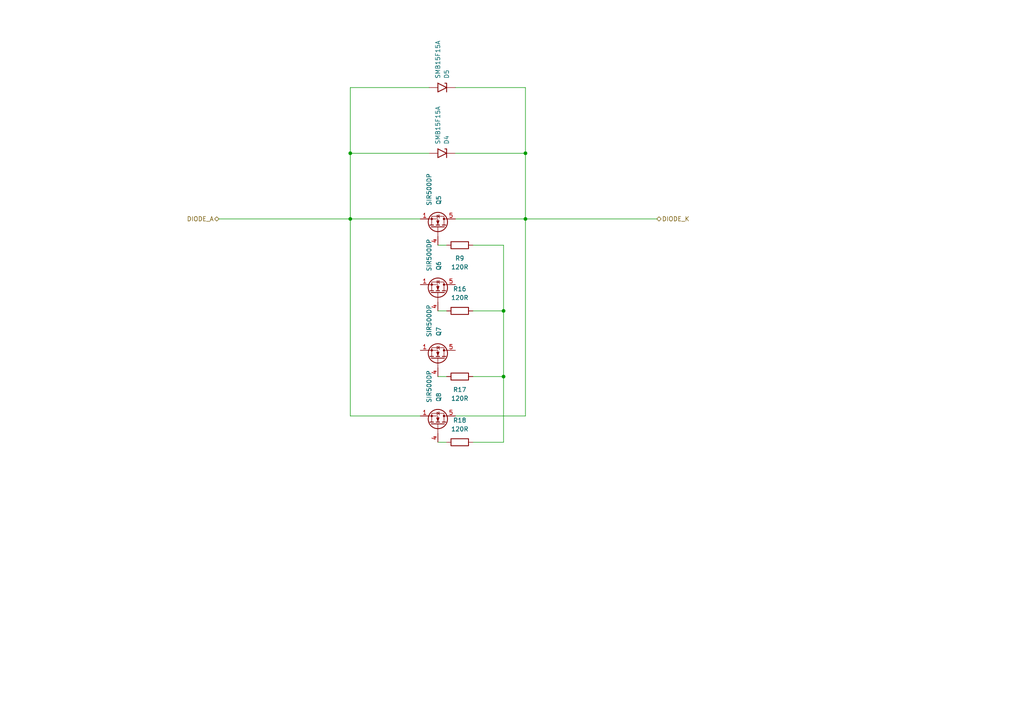
<source format=kicad_sch>
(kicad_sch
	(version 20231120)
	(generator "eeschema")
	(generator_version "8.0")
	(uuid "30ebc9f0-3e75-43d4-b7cb-05b77e223997")
	(paper "A4")
	(lib_symbols
		(symbol "Device:R"
			(pin_numbers hide)
			(pin_names
				(offset 0)
			)
			(exclude_from_sim no)
			(in_bom yes)
			(on_board yes)
			(property "Reference" "R"
				(at 2.032 0 90)
				(effects
					(font
						(size 1.27 1.27)
					)
				)
			)
			(property "Value" "R"
				(at 0 0 90)
				(effects
					(font
						(size 1.27 1.27)
					)
				)
			)
			(property "Footprint" ""
				(at -1.778 0 90)
				(effects
					(font
						(size 1.27 1.27)
					)
					(hide yes)
				)
			)
			(property "Datasheet" "~"
				(at 0 0 0)
				(effects
					(font
						(size 1.27 1.27)
					)
					(hide yes)
				)
			)
			(property "Description" "Resistor"
				(at 0 0 0)
				(effects
					(font
						(size 1.27 1.27)
					)
					(hide yes)
				)
			)
			(property "ki_keywords" "R res resistor"
				(at 0 0 0)
				(effects
					(font
						(size 1.27 1.27)
					)
					(hide yes)
				)
			)
			(property "ki_fp_filters" "R_*"
				(at 0 0 0)
				(effects
					(font
						(size 1.27 1.27)
					)
					(hide yes)
				)
			)
			(symbol "R_0_1"
				(rectangle
					(start -1.016 -2.54)
					(end 1.016 2.54)
					(stroke
						(width 0.254)
						(type default)
					)
					(fill
						(type none)
					)
				)
			)
			(symbol "R_1_1"
				(pin passive line
					(at 0 3.81 270)
					(length 1.27)
					(name "~"
						(effects
							(font
								(size 1.27 1.27)
							)
						)
					)
					(number "1"
						(effects
							(font
								(size 1.27 1.27)
							)
						)
					)
				)
				(pin passive line
					(at 0 -3.81 90)
					(length 1.27)
					(name "~"
						(effects
							(font
								(size 1.27 1.27)
							)
						)
					)
					(number "2"
						(effects
							(font
								(size 1.27 1.27)
							)
						)
					)
				)
			)
		)
		(symbol "Diode:SM6T15A"
			(pin_numbers hide)
			(pin_names
				(offset 1.016) hide)
			(exclude_from_sim no)
			(in_bom yes)
			(on_board yes)
			(property "Reference" "D"
				(at 0 2.54 0)
				(effects
					(font
						(size 1.27 1.27)
					)
				)
			)
			(property "Value" "SM6T15A"
				(at 0 -2.54 0)
				(effects
					(font
						(size 1.27 1.27)
					)
				)
			)
			(property "Footprint" "Diode_SMD:D_SMB"
				(at 0 -5.08 0)
				(effects
					(font
						(size 1.27 1.27)
					)
					(hide yes)
				)
			)
			(property "Datasheet" "https://www.st.com/resource/en/datasheet/sm6t.pdf"
				(at -1.27 0 0)
				(effects
					(font
						(size 1.27 1.27)
					)
					(hide yes)
				)
			)
			(property "Description" "600W unidirectional Transil Transient Voltage Suppressor, 15Vrwm, DO-214AA"
				(at 0 0 0)
				(effects
					(font
						(size 1.27 1.27)
					)
					(hide yes)
				)
			)
			(property "ki_keywords" "diode TVS voltage suppressor"
				(at 0 0 0)
				(effects
					(font
						(size 1.27 1.27)
					)
					(hide yes)
				)
			)
			(property "ki_fp_filters" "D*SMB*"
				(at 0 0 0)
				(effects
					(font
						(size 1.27 1.27)
					)
					(hide yes)
				)
			)
			(symbol "SM6T15A_0_1"
				(polyline
					(pts
						(xy -0.762 1.27) (xy -1.27 1.27) (xy -1.27 -1.27)
					)
					(stroke
						(width 0.254)
						(type default)
					)
					(fill
						(type none)
					)
				)
				(polyline
					(pts
						(xy 1.27 1.27) (xy 1.27 -1.27) (xy -1.27 0) (xy 1.27 1.27)
					)
					(stroke
						(width 0.254)
						(type default)
					)
					(fill
						(type none)
					)
				)
			)
			(symbol "SM6T15A_1_1"
				(pin passive line
					(at -3.81 0 0)
					(length 2.54)
					(name "A1"
						(effects
							(font
								(size 1.27 1.27)
							)
						)
					)
					(number "1"
						(effects
							(font
								(size 1.27 1.27)
							)
						)
					)
				)
				(pin passive line
					(at 3.81 0 180)
					(length 2.54)
					(name "A2"
						(effects
							(font
								(size 1.27 1.27)
							)
						)
					)
					(number "2"
						(effects
							(font
								(size 1.27 1.27)
							)
						)
					)
				)
			)
		)
		(symbol "Transistor_FET:SiR696DP"
			(pin_names hide)
			(exclude_from_sim no)
			(in_bom yes)
			(on_board yes)
			(property "Reference" "Q"
				(at 5.08 1.905 0)
				(effects
					(font
						(size 1.27 1.27)
					)
					(justify left)
				)
			)
			(property "Value" "SiR696DP"
				(at 5.08 0 0)
				(effects
					(font
						(size 1.27 1.27)
					)
					(justify left)
				)
			)
			(property "Footprint" "Package_SO:PowerPAK_SO-8_Single"
				(at 5.08 -1.905 0)
				(effects
					(font
						(size 1.27 1.27)
						(italic yes)
					)
					(justify left)
					(hide yes)
				)
			)
			(property "Datasheet" "https://www.vishay.com/docs/65689/sir696dp.pdf"
				(at 5.08 -3.81 0)
				(effects
					(font
						(size 1.27 1.27)
					)
					(justify left)
					(hide yes)
				)
			)
			(property "Description" "60A Id, 125V Vds N-Channel MOSFET, 9.6mOhm Ron, 19.4 nC Qg(typ), PowerPAK-8"
				(at 0 0 0)
				(effects
					(font
						(size 1.27 1.27)
					)
					(hide yes)
				)
			)
			(property "ki_keywords" "NMOS NFET Vishay"
				(at 0 0 0)
				(effects
					(font
						(size 1.27 1.27)
					)
					(hide yes)
				)
			)
			(property "ki_fp_filters" "PowerPAK*SO*Single*"
				(at 0 0 0)
				(effects
					(font
						(size 1.27 1.27)
					)
					(hide yes)
				)
			)
			(symbol "SiR696DP_0_1"
				(polyline
					(pts
						(xy 0.254 0) (xy -2.54 0)
					)
					(stroke
						(width 0)
						(type default)
					)
					(fill
						(type none)
					)
				)
				(polyline
					(pts
						(xy 0.254 1.905) (xy 0.254 -1.905)
					)
					(stroke
						(width 0.254)
						(type default)
					)
					(fill
						(type none)
					)
				)
				(polyline
					(pts
						(xy 0.762 -1.27) (xy 0.762 -2.286)
					)
					(stroke
						(width 0.254)
						(type default)
					)
					(fill
						(type none)
					)
				)
				(polyline
					(pts
						(xy 0.762 0.508) (xy 0.762 -0.508)
					)
					(stroke
						(width 0.254)
						(type default)
					)
					(fill
						(type none)
					)
				)
				(polyline
					(pts
						(xy 0.762 2.286) (xy 0.762 1.27)
					)
					(stroke
						(width 0.254)
						(type default)
					)
					(fill
						(type none)
					)
				)
				(polyline
					(pts
						(xy 2.54 2.54) (xy 2.54 1.778)
					)
					(stroke
						(width 0)
						(type default)
					)
					(fill
						(type none)
					)
				)
				(polyline
					(pts
						(xy 2.54 -2.54) (xy 2.54 0) (xy 0.762 0)
					)
					(stroke
						(width 0)
						(type default)
					)
					(fill
						(type none)
					)
				)
				(polyline
					(pts
						(xy 0.762 -1.778) (xy 3.302 -1.778) (xy 3.302 1.778) (xy 0.762 1.778)
					)
					(stroke
						(width 0)
						(type default)
					)
					(fill
						(type none)
					)
				)
				(polyline
					(pts
						(xy 1.016 0) (xy 2.032 0.381) (xy 2.032 -0.381) (xy 1.016 0)
					)
					(stroke
						(width 0)
						(type default)
					)
					(fill
						(type outline)
					)
				)
				(polyline
					(pts
						(xy 2.794 0.508) (xy 2.921 0.381) (xy 3.683 0.381) (xy 3.81 0.254)
					)
					(stroke
						(width 0)
						(type default)
					)
					(fill
						(type none)
					)
				)
				(polyline
					(pts
						(xy 3.302 0.381) (xy 2.921 -0.254) (xy 3.683 -0.254) (xy 3.302 0.381)
					)
					(stroke
						(width 0)
						(type default)
					)
					(fill
						(type none)
					)
				)
				(circle
					(center 1.651 0)
					(radius 2.794)
					(stroke
						(width 0.254)
						(type default)
					)
					(fill
						(type none)
					)
				)
				(circle
					(center 2.54 -1.778)
					(radius 0.254)
					(stroke
						(width 0)
						(type default)
					)
					(fill
						(type outline)
					)
				)
				(circle
					(center 2.54 1.778)
					(radius 0.254)
					(stroke
						(width 0)
						(type default)
					)
					(fill
						(type outline)
					)
				)
			)
			(symbol "SiR696DP_1_1"
				(pin passive line
					(at 2.54 -5.08 90)
					(length 2.54)
					(name "S"
						(effects
							(font
								(size 1.27 1.27)
							)
						)
					)
					(number "1"
						(effects
							(font
								(size 1.27 1.27)
							)
						)
					)
				)
				(pin passive line
					(at 2.54 -5.08 90)
					(length 2.54) hide
					(name "S"
						(effects
							(font
								(size 1.27 1.27)
							)
						)
					)
					(number "2"
						(effects
							(font
								(size 1.27 1.27)
							)
						)
					)
				)
				(pin passive line
					(at 2.54 -5.08 90)
					(length 2.54) hide
					(name "S"
						(effects
							(font
								(size 1.27 1.27)
							)
						)
					)
					(number "3"
						(effects
							(font
								(size 1.27 1.27)
							)
						)
					)
				)
				(pin input line
					(at -5.08 0 0)
					(length 2.54)
					(name "G"
						(effects
							(font
								(size 1.27 1.27)
							)
						)
					)
					(number "4"
						(effects
							(font
								(size 1.27 1.27)
							)
						)
					)
				)
				(pin passive line
					(at 2.54 5.08 270)
					(length 2.54)
					(name "D"
						(effects
							(font
								(size 1.27 1.27)
							)
						)
					)
					(number "5"
						(effects
							(font
								(size 1.27 1.27)
							)
						)
					)
				)
			)
		)
	)
	(junction
		(at 101.6 44.45)
		(diameter 0)
		(color 0 0 0 0)
		(uuid "7bc3059d-8f7f-4f3a-b02c-a6f6a8205428")
	)
	(junction
		(at 152.4 63.5)
		(diameter 0)
		(color 0 0 0 0)
		(uuid "7cdda373-8758-421f-8f69-29be4d030a7f")
	)
	(junction
		(at 146.05 90.17)
		(diameter 0)
		(color 0 0 0 0)
		(uuid "b15ce615-fb78-4585-b2a0-203066aedc6b")
	)
	(junction
		(at 152.4 44.45)
		(diameter 0)
		(color 0 0 0 0)
		(uuid "cf5bbb6e-4ecc-40e1-8a8c-73269c8ade1c")
	)
	(junction
		(at 146.05 109.22)
		(diameter 0)
		(color 0 0 0 0)
		(uuid "f6dca821-980e-412b-ba36-20b917e5a6d8")
	)
	(junction
		(at 101.6 63.5)
		(diameter 0)
		(color 0 0 0 0)
		(uuid "fb4920fa-af27-4572-a48d-bf888d831033")
	)
	(wire
		(pts
			(xy 146.05 90.17) (xy 146.05 109.22)
		)
		(stroke
			(width 0)
			(type default)
		)
		(uuid "078f2049-f999-4a08-92ad-9dfbfcb09d48")
	)
	(wire
		(pts
			(xy 152.4 44.45) (xy 152.4 63.5)
		)
		(stroke
			(width 0)
			(type default)
		)
		(uuid "1ba083b4-dca9-40f5-9efb-3a96c774c942")
	)
	(wire
		(pts
			(xy 146.05 71.12) (xy 146.05 90.17)
		)
		(stroke
			(width 0)
			(type default)
		)
		(uuid "1f682ce9-204d-40a1-a26f-67d666fb3de1")
	)
	(wire
		(pts
			(xy 152.4 25.4) (xy 132.08 25.4)
		)
		(stroke
			(width 0)
			(type default)
		)
		(uuid "30718779-d379-4844-abd3-88ff0e9d1011")
	)
	(wire
		(pts
			(xy 121.92 120.65) (xy 101.6 120.65)
		)
		(stroke
			(width 0)
			(type default)
		)
		(uuid "3e0cb146-7a4d-473d-9929-4eb40728fc3d")
	)
	(wire
		(pts
			(xy 101.6 25.4) (xy 101.6 44.45)
		)
		(stroke
			(width 0)
			(type default)
		)
		(uuid "41894d13-a39b-4f38-9b0c-f9207116b916")
	)
	(wire
		(pts
			(xy 146.05 71.12) (xy 137.16 71.12)
		)
		(stroke
			(width 0)
			(type default)
		)
		(uuid "43d0d5e6-c001-4396-b295-fce1fcdf5c51")
	)
	(wire
		(pts
			(xy 129.54 71.12) (xy 127 71.12)
		)
		(stroke
			(width 0)
			(type default)
		)
		(uuid "4893eacd-c049-4678-abdd-b9500292b5e3")
	)
	(wire
		(pts
			(xy 101.6 44.45) (xy 101.6 63.5)
		)
		(stroke
			(width 0)
			(type default)
		)
		(uuid "4db1d54a-eae5-4a06-8886-dfd860101118")
	)
	(wire
		(pts
			(xy 63.5 63.5) (xy 101.6 63.5)
		)
		(stroke
			(width 0)
			(type default)
		)
		(uuid "5ebd9793-d929-4fb9-84fe-78f26ff54f71")
	)
	(wire
		(pts
			(xy 129.54 109.22) (xy 127 109.22)
		)
		(stroke
			(width 0)
			(type default)
		)
		(uuid "69fafa50-2f3f-4603-9aa9-9113afca27da")
	)
	(wire
		(pts
			(xy 129.54 90.17) (xy 127 90.17)
		)
		(stroke
			(width 0)
			(type default)
		)
		(uuid "6c8eb484-a775-4e76-be2d-84f19e860f79")
	)
	(wire
		(pts
			(xy 152.4 120.65) (xy 152.4 63.5)
		)
		(stroke
			(width 0)
			(type default)
		)
		(uuid "74b93828-c691-4ce7-8bfc-2e3d4def1146")
	)
	(wire
		(pts
			(xy 146.05 128.27) (xy 137.16 128.27)
		)
		(stroke
			(width 0)
			(type default)
		)
		(uuid "8e8e6610-5a16-46ae-84bb-e7e6b817f398")
	)
	(wire
		(pts
			(xy 132.08 120.65) (xy 152.4 120.65)
		)
		(stroke
			(width 0)
			(type default)
		)
		(uuid "96a8ab59-a079-4c82-a99c-c9d2b4f23cc3")
	)
	(wire
		(pts
			(xy 146.05 90.17) (xy 137.16 90.17)
		)
		(stroke
			(width 0)
			(type default)
		)
		(uuid "980da25b-58f7-44b3-9107-abd957f14ae3")
	)
	(wire
		(pts
			(xy 146.05 128.27) (xy 146.05 109.22)
		)
		(stroke
			(width 0)
			(type default)
		)
		(uuid "a5b82c89-82c2-4fa1-8b4f-3ad6e8483ce6")
	)
	(wire
		(pts
			(xy 121.92 63.5) (xy 101.6 63.5)
		)
		(stroke
			(width 0)
			(type default)
		)
		(uuid "a6a5efee-cb1c-47e8-84ee-7f0696eb8088")
	)
	(wire
		(pts
			(xy 124.46 25.4) (xy 101.6 25.4)
		)
		(stroke
			(width 0)
			(type default)
		)
		(uuid "b26410dd-0772-4a30-a560-392a60241f92")
	)
	(wire
		(pts
			(xy 152.4 44.45) (xy 132.08 44.45)
		)
		(stroke
			(width 0)
			(type default)
		)
		(uuid "b824a0ae-bf06-4b47-8bd1-7ed9ef5ee61d")
	)
	(wire
		(pts
			(xy 101.6 63.5) (xy 101.6 120.65)
		)
		(stroke
			(width 0)
			(type default)
		)
		(uuid "bad3d24c-ced2-4136-af18-ae3b60578675")
	)
	(wire
		(pts
			(xy 146.05 109.22) (xy 137.16 109.22)
		)
		(stroke
			(width 0)
			(type default)
		)
		(uuid "cc92372c-f4e3-4172-b4d6-7c6b2aca9ae6")
	)
	(wire
		(pts
			(xy 190.5 63.5) (xy 152.4 63.5)
		)
		(stroke
			(width 0)
			(type default)
		)
		(uuid "d0588b80-7aef-4d96-9665-f3c8d11147de")
	)
	(wire
		(pts
			(xy 152.4 25.4) (xy 152.4 44.45)
		)
		(stroke
			(width 0)
			(type default)
		)
		(uuid "ef0b3969-6b84-49b7-b39d-b3fbc530d875")
	)
	(wire
		(pts
			(xy 129.54 128.27) (xy 127 128.27)
		)
		(stroke
			(width 0)
			(type default)
		)
		(uuid "f0b47b78-3b84-463c-9374-f805697d4a31")
	)
	(wire
		(pts
			(xy 124.46 44.45) (xy 101.6 44.45)
		)
		(stroke
			(width 0)
			(type default)
		)
		(uuid "fa790111-00bf-4177-bd9c-528012170f46")
	)
	(wire
		(pts
			(xy 152.4 63.5) (xy 132.08 63.5)
		)
		(stroke
			(width 0)
			(type default)
		)
		(uuid "fe51a6c8-ffaa-4537-a97a-0ab0b3fc5bd9")
	)
	(hierarchical_label "DIODE_A"
		(shape bidirectional)
		(at 63.5 63.5 180)
		(fields_autoplaced yes)
		(effects
			(font
				(size 1.27 1.27)
			)
			(justify right)
		)
		(uuid "c23183ed-fe2f-4609-9ff4-146c4af13ff7")
	)
	(hierarchical_label "DIODE_K"
		(shape bidirectional)
		(at 190.5 63.5 0)
		(fields_autoplaced yes)
		(effects
			(font
				(size 1.27 1.27)
			)
			(justify left)
		)
		(uuid "e99637c1-2434-4b7c-89ce-46731d20c68f")
	)
	(symbol
		(lib_id "Device:R")
		(at 133.35 90.17 270)
		(mirror x)
		(unit 1)
		(exclude_from_sim no)
		(in_bom yes)
		(on_board yes)
		(dnp no)
		(fields_autoplaced yes)
		(uuid "2e833c79-aa5b-49e3-af80-92dcb32314d3")
		(property "Reference" "R16"
			(at 133.35 83.82 90)
			(effects
				(font
					(size 1.27 1.27)
				)
			)
		)
		(property "Value" "120R"
			(at 133.35 86.36 90)
			(effects
				(font
					(size 1.27 1.27)
				)
			)
		)
		(property "Footprint" "Resistor_SMD:R_0603_1608Metric"
			(at 133.35 91.948 90)
			(effects
				(font
					(size 1.27 1.27)
				)
				(hide yes)
			)
		)
		(property "Datasheet" "~"
			(at 133.35 90.17 0)
			(effects
				(font
					(size 1.27 1.27)
				)
				(hide yes)
			)
		)
		(property "Description" "120R0 0,1W 1% 0603 SMD"
			(at 133.35 90.17 0)
			(effects
				(font
					(size 1.27 1.27)
				)
				(hide yes)
			)
		)
		(property "ECS Art#" "R175"
			(at 133.35 90.17 0)
			(effects
				(font
					(size 1.27 1.27)
				)
				(hide yes)
			)
		)
		(property "HAN" "RC0603FR-07120RL"
			(at 133.35 90.17 0)
			(effects
				(font
					(size 1.27 1.27)
				)
				(hide yes)
			)
		)
		(property "Hersteller" "YAGEO"
			(at 133.35 90.17 0)
			(effects
				(font
					(size 1.27 1.27)
				)
				(hide yes)
			)
		)
		(pin "2"
			(uuid "cc89a5b6-f3a9-481e-ae08-ed5f81365e68")
		)
		(pin "1"
			(uuid "20963e2e-aa64-4868-9ad3-451aa3d260aa")
		)
		(instances
			(project "greenSmartSwitch"
				(path "/bf1f8167-8e29-49cc-a467-dd9cc2c77246/108fac66-0a35-4a2b-bdbd-3dd4b8eaee87"
					(reference "R16")
					(unit 1)
				)
				(path "/bf1f8167-8e29-49cc-a467-dd9cc2c77246/fd1f9758-0658-41ac-9d91-8a1d48db41b5"
					(reference "R20")
					(unit 1)
				)
			)
		)
	)
	(symbol
		(lib_id "Device:R")
		(at 133.35 128.27 270)
		(mirror x)
		(unit 1)
		(exclude_from_sim no)
		(in_bom yes)
		(on_board yes)
		(dnp no)
		(fields_autoplaced yes)
		(uuid "54ff3c92-f209-43c5-a312-e7d79e5bc048")
		(property "Reference" "R18"
			(at 133.35 121.92 90)
			(effects
				(font
					(size 1.27 1.27)
				)
			)
		)
		(property "Value" "120R"
			(at 133.35 124.46 90)
			(effects
				(font
					(size 1.27 1.27)
				)
			)
		)
		(property "Footprint" "Resistor_SMD:R_0603_1608Metric"
			(at 133.35 130.048 90)
			(effects
				(font
					(size 1.27 1.27)
				)
				(hide yes)
			)
		)
		(property "Datasheet" "~"
			(at 133.35 128.27 0)
			(effects
				(font
					(size 1.27 1.27)
				)
				(hide yes)
			)
		)
		(property "Description" "120R0 0,1W 1% 0603 SMD"
			(at 133.35 128.27 0)
			(effects
				(font
					(size 1.27 1.27)
				)
				(hide yes)
			)
		)
		(property "ECS Art#" "R175"
			(at 133.35 128.27 0)
			(effects
				(font
					(size 1.27 1.27)
				)
				(hide yes)
			)
		)
		(property "HAN" "RC0603FR-07120RL"
			(at 133.35 128.27 0)
			(effects
				(font
					(size 1.27 1.27)
				)
				(hide yes)
			)
		)
		(property "Hersteller" "YAGEO"
			(at 133.35 128.27 0)
			(effects
				(font
					(size 1.27 1.27)
				)
				(hide yes)
			)
		)
		(pin "2"
			(uuid "d7aa4718-154b-4248-951c-1f2597356e8d")
		)
		(pin "1"
			(uuid "1ca3a5f7-05db-4afa-8cf6-6bb94a1402a2")
		)
		(instances
			(project "greenSmartSwitch"
				(path "/bf1f8167-8e29-49cc-a467-dd9cc2c77246/108fac66-0a35-4a2b-bdbd-3dd4b8eaee87"
					(reference "R18")
					(unit 1)
				)
				(path "/bf1f8167-8e29-49cc-a467-dd9cc2c77246/fd1f9758-0658-41ac-9d91-8a1d48db41b5"
					(reference "R22")
					(unit 1)
				)
			)
		)
	)
	(symbol
		(lib_id "Transistor_FET:SiR696DP")
		(at 127 104.14 270)
		(mirror x)
		(unit 1)
		(exclude_from_sim no)
		(in_bom yes)
		(on_board yes)
		(dnp no)
		(uuid "654c7de4-a3d5-4533-8d9d-9ea1a7f83d38")
		(property "Reference" "Q7"
			(at 127.254 97.536 0)
			(effects
				(font
					(size 1.27 1.27)
				)
				(justify left)
			)
		)
		(property "Value" "SIR500DP"
			(at 124.46 97.79 0)
			(effects
				(font
					(size 1.27 1.27)
				)
				(justify left)
			)
		)
		(property "Footprint" "Package_SO:PowerPAK_SO-8_Single"
			(at 125.095 99.06 0)
			(effects
				(font
					(size 1.27 1.27)
					(italic yes)
				)
				(justify left)
				(hide yes)
			)
		)
		(property "Datasheet" "https://www.vishay.com/docs/66840/sir500dp.pdf"
			(at 123.19 99.06 0)
			(effects
				(font
					(size 1.27 1.27)
				)
				(justify left)
				(hide yes)
			)
		)
		(property "Description" "SIR500DP-T1-RE3  MOSFET N-CH 30V Vds +16V/-12V Vgs 85,9A (Ta) PowerPAK-SO-8 SMD"
			(at 127 104.14 0)
			(effects
				(font
					(size 1.27 1.27)
				)
				(hide yes)
			)
		)
		(property "ECS Art#" "T157"
			(at 127 104.14 0)
			(effects
				(font
					(size 1.27 1.27)
				)
				(hide yes)
			)
		)
		(property "Hersteller" "VISHAY"
			(at 127 104.14 0)
			(effects
				(font
					(size 1.27 1.27)
				)
				(hide yes)
			)
		)
		(property "HAN" "SIR50DP"
			(at 127 104.14 0)
			(effects
				(font
					(size 1.27 1.27)
				)
				(hide yes)
			)
		)
		(pin "4"
			(uuid "3d8c7746-e595-4353-828c-661fc4d5e17d")
		)
		(pin "5"
			(uuid "71519390-8e00-4e40-9f02-10536f21da85")
		)
		(pin "2"
			(uuid "302fef53-a726-42af-9f2c-06533ce05c30")
		)
		(pin "1"
			(uuid "77d3614b-e05b-4c7e-be14-395f7804f2a4")
		)
		(pin "3"
			(uuid "d389815c-5378-4410-afee-372246bed126")
		)
		(instances
			(project "greenSmartSwitch"
				(path "/bf1f8167-8e29-49cc-a467-dd9cc2c77246/108fac66-0a35-4a2b-bdbd-3dd4b8eaee87"
					(reference "Q7")
					(unit 1)
				)
				(path "/bf1f8167-8e29-49cc-a467-dd9cc2c77246/fd1f9758-0658-41ac-9d91-8a1d48db41b5"
					(reference "Q11")
					(unit 1)
				)
			)
		)
	)
	(symbol
		(lib_id "Diode:SM6T15A")
		(at 128.27 25.4 0)
		(mirror y)
		(unit 1)
		(exclude_from_sim no)
		(in_bom yes)
		(on_board yes)
		(dnp no)
		(fields_autoplaced yes)
		(uuid "70ff72a6-1c0d-40b1-a86d-c89b639b370f")
		(property "Reference" "D5"
			(at 129.5401 22.86 90)
			(effects
				(font
					(size 1.27 1.27)
				)
				(justify left)
			)
		)
		(property "Value" "SMB15F15A"
			(at 127.0001 22.86 90)
			(effects
				(font
					(size 1.27 1.27)
				)
				(justify left)
			)
		)
		(property "Footprint" "Diode_SMD:D_SMB"
			(at 128.27 30.48 0)
			(effects
				(font
					(size 1.27 1.27)
				)
				(hide yes)
			)
		)
		(property "Datasheet" "https://www.mouser.de/datasheet/2/389/dm00723297-2042138.pdf"
			(at 129.54 25.4 0)
			(effects
				(font
					(size 1.27 1.27)
				)
				(hide yes)
			)
		)
		(property "Description" "TVS-DIODE SUPPRESSOR  15V 1500W DO-221AA-2 SMD"
			(at 128.27 25.4 0)
			(effects
				(font
					(size 1.27 1.27)
				)
				(hide yes)
			)
		)
		(property "ECS Art#" "D206"
			(at 128.27 25.4 0)
			(effects
				(font
					(size 1.27 1.27)
				)
				(hide yes)
			)
		)
		(property "HAN" "SMB15F15A "
			(at 128.27 25.4 0)
			(effects
				(font
					(size 1.27 1.27)
				)
				(hide yes)
			)
		)
		(property "Hersteller" "ST"
			(at 128.27 25.4 0)
			(effects
				(font
					(size 1.27 1.27)
				)
				(hide yes)
			)
		)
		(pin "1"
			(uuid "accef887-2847-414b-887b-13aed9d4880c")
		)
		(pin "2"
			(uuid "b0d16d43-d459-42b0-93c6-3700d6b62020")
		)
		(instances
			(project "greenSmartSwitch"
				(path "/bf1f8167-8e29-49cc-a467-dd9cc2c77246/108fac66-0a35-4a2b-bdbd-3dd4b8eaee87"
					(reference "D5")
					(unit 1)
				)
				(path "/bf1f8167-8e29-49cc-a467-dd9cc2c77246/fd1f9758-0658-41ac-9d91-8a1d48db41b5"
					(reference "D6")
					(unit 1)
				)
			)
		)
	)
	(symbol
		(lib_id "Diode:SM6T15A")
		(at 128.27 44.45 0)
		(mirror y)
		(unit 1)
		(exclude_from_sim no)
		(in_bom yes)
		(on_board yes)
		(dnp no)
		(fields_autoplaced yes)
		(uuid "850d9092-088c-4ab2-9c3d-27a4799967d4")
		(property "Reference" "D4"
			(at 129.5401 41.91 90)
			(effects
				(font
					(size 1.27 1.27)
				)
				(justify left)
			)
		)
		(property "Value" "SMB15F15A"
			(at 127.0001 41.91 90)
			(effects
				(font
					(size 1.27 1.27)
				)
				(justify left)
			)
		)
		(property "Footprint" "Diode_SMD:D_SMB"
			(at 128.27 49.53 0)
			(effects
				(font
					(size 1.27 1.27)
				)
				(hide yes)
			)
		)
		(property "Datasheet" "https://www.mouser.de/datasheet/2/389/dm00723297-2042138.pdf"
			(at 129.54 44.45 0)
			(effects
				(font
					(size 1.27 1.27)
				)
				(hide yes)
			)
		)
		(property "Description" "TVS-DIODE SUPPRESSOR  15V 1500W DO-221AA-2 SMD"
			(at 128.27 44.45 0)
			(effects
				(font
					(size 1.27 1.27)
				)
				(hide yes)
			)
		)
		(property "ECS Art#" "D206"
			(at 128.27 44.45 0)
			(effects
				(font
					(size 1.27 1.27)
				)
				(hide yes)
			)
		)
		(property "HAN" "SMB15F15A "
			(at 128.27 44.45 0)
			(effects
				(font
					(size 1.27 1.27)
				)
				(hide yes)
			)
		)
		(property "Hersteller" "ST"
			(at 128.27 44.45 0)
			(effects
				(font
					(size 1.27 1.27)
				)
				(hide yes)
			)
		)
		(pin "1"
			(uuid "2e396a18-99a4-4932-a808-4d1339a10480")
		)
		(pin "2"
			(uuid "69fb5a65-88a1-4c0e-b53c-2b61fb466b57")
		)
		(instances
			(project "greenSmartSwitch"
				(path "/bf1f8167-8e29-49cc-a467-dd9cc2c77246/108fac66-0a35-4a2b-bdbd-3dd4b8eaee87"
					(reference "D4")
					(unit 1)
				)
				(path "/bf1f8167-8e29-49cc-a467-dd9cc2c77246/fd1f9758-0658-41ac-9d91-8a1d48db41b5"
					(reference "D7")
					(unit 1)
				)
			)
		)
	)
	(symbol
		(lib_id "Transistor_FET:SiR696DP")
		(at 127 85.09 270)
		(mirror x)
		(unit 1)
		(exclude_from_sim no)
		(in_bom yes)
		(on_board yes)
		(dnp no)
		(uuid "a6672da6-6b2e-47f5-9433-79502092bb41")
		(property "Reference" "Q6"
			(at 127.254 78.486 0)
			(effects
				(font
					(size 1.27 1.27)
				)
				(justify left)
			)
		)
		(property "Value" "SIR500DP"
			(at 124.46 78.74 0)
			(effects
				(font
					(size 1.27 1.27)
				)
				(justify left)
			)
		)
		(property "Footprint" "Package_SO:PowerPAK_SO-8_Single"
			(at 125.095 80.01 0)
			(effects
				(font
					(size 1.27 1.27)
					(italic yes)
				)
				(justify left)
				(hide yes)
			)
		)
		(property "Datasheet" "https://www.vishay.com/docs/66840/sir500dp.pdf"
			(at 123.19 80.01 0)
			(effects
				(font
					(size 1.27 1.27)
				)
				(justify left)
				(hide yes)
			)
		)
		(property "Description" "SIR500DP-T1-RE3  MOSFET N-CH 30V Vds +16V/-12V Vgs 85,9A (Ta) PowerPAK-SO-8 SMD"
			(at 127 85.09 0)
			(effects
				(font
					(size 1.27 1.27)
				)
				(hide yes)
			)
		)
		(property "ECS Art#" "T157"
			(at 127 85.09 0)
			(effects
				(font
					(size 1.27 1.27)
				)
				(hide yes)
			)
		)
		(property "Hersteller" "VISHAY"
			(at 127 85.09 0)
			(effects
				(font
					(size 1.27 1.27)
				)
				(hide yes)
			)
		)
		(property "HAN" "SIR50DP"
			(at 127 85.09 0)
			(effects
				(font
					(size 1.27 1.27)
				)
				(hide yes)
			)
		)
		(pin "4"
			(uuid "5387eeca-f285-4d49-ada5-816903a7d069")
		)
		(pin "5"
			(uuid "c5bc83e9-02ab-4bce-a393-549d3c35532a")
		)
		(pin "2"
			(uuid "3d69ffde-9b88-4b63-97c1-a558279ab699")
		)
		(pin "1"
			(uuid "79e89f0b-9467-4121-8f43-cd724d5754dc")
		)
		(pin "3"
			(uuid "624492f7-452f-4906-be9e-2743ac09dc89")
		)
		(instances
			(project "greenSmartSwitch"
				(path "/bf1f8167-8e29-49cc-a467-dd9cc2c77246/108fac66-0a35-4a2b-bdbd-3dd4b8eaee87"
					(reference "Q6")
					(unit 1)
				)
				(path "/bf1f8167-8e29-49cc-a467-dd9cc2c77246/fd1f9758-0658-41ac-9d91-8a1d48db41b5"
					(reference "Q10")
					(unit 1)
				)
			)
		)
	)
	(symbol
		(lib_id "Transistor_FET:SiR696DP")
		(at 127 66.04 270)
		(mirror x)
		(unit 1)
		(exclude_from_sim no)
		(in_bom yes)
		(on_board yes)
		(dnp no)
		(uuid "aa24d688-ae2d-486f-847a-a4de1da45541")
		(property "Reference" "Q5"
			(at 127.254 59.436 0)
			(effects
				(font
					(size 1.27 1.27)
				)
				(justify left)
			)
		)
		(property "Value" "SIR500DP"
			(at 124.46 59.69 0)
			(effects
				(font
					(size 1.27 1.27)
				)
				(justify left)
			)
		)
		(property "Footprint" "Package_SO:PowerPAK_SO-8_Single"
			(at 125.095 60.96 0)
			(effects
				(font
					(size 1.27 1.27)
					(italic yes)
				)
				(justify left)
				(hide yes)
			)
		)
		(property "Datasheet" "https://www.vishay.com/docs/66840/sir500dp.pdf"
			(at 123.19 60.96 0)
			(effects
				(font
					(size 1.27 1.27)
				)
				(justify left)
				(hide yes)
			)
		)
		(property "Description" "SIR500DP-T1-RE3  MOSFET N-CH 30V Vds +16V/-12V Vgs 85,9A (Ta) PowerPAK-SO-8 SMD"
			(at 127 66.04 0)
			(effects
				(font
					(size 1.27 1.27)
				)
				(hide yes)
			)
		)
		(property "ECS Art#" "T157"
			(at 127 66.04 0)
			(effects
				(font
					(size 1.27 1.27)
				)
				(hide yes)
			)
		)
		(property "Hersteller" "VISHAY"
			(at 127 66.04 0)
			(effects
				(font
					(size 1.27 1.27)
				)
				(hide yes)
			)
		)
		(property "HAN" "SIR50DP"
			(at 127 66.04 0)
			(effects
				(font
					(size 1.27 1.27)
				)
				(hide yes)
			)
		)
		(pin "4"
			(uuid "38aa3a85-e853-4f45-8576-76761a0037d8")
		)
		(pin "5"
			(uuid "9819a2b0-5587-408f-b616-6dd82a7f5cea")
		)
		(pin "2"
			(uuid "bec19b55-d572-43b5-97b7-c2b7f3036f79")
		)
		(pin "1"
			(uuid "07d57b34-1ccb-4896-800c-0be4e772dd9f")
		)
		(pin "3"
			(uuid "ef8a8826-36f1-49be-a845-f77b53ee9530")
		)
		(instances
			(project "greenSmartSwitch"
				(path "/bf1f8167-8e29-49cc-a467-dd9cc2c77246/108fac66-0a35-4a2b-bdbd-3dd4b8eaee87"
					(reference "Q5")
					(unit 1)
				)
				(path "/bf1f8167-8e29-49cc-a467-dd9cc2c77246/fd1f9758-0658-41ac-9d91-8a1d48db41b5"
					(reference "Q9")
					(unit 1)
				)
			)
		)
	)
	(symbol
		(lib_id "Device:R")
		(at 133.35 71.12 270)
		(mirror x)
		(unit 1)
		(exclude_from_sim no)
		(in_bom yes)
		(on_board yes)
		(dnp no)
		(fields_autoplaced yes)
		(uuid "bc329a88-770c-4067-9329-15775ba59ffa")
		(property "Reference" "R9"
			(at 133.35 74.93 90)
			(effects
				(font
					(size 1.27 1.27)
				)
			)
		)
		(property "Value" "120R"
			(at 133.35 77.47 90)
			(effects
				(font
					(size 1.27 1.27)
				)
			)
		)
		(property "Footprint" "Resistor_SMD:R_0603_1608Metric"
			(at 133.35 72.898 90)
			(effects
				(font
					(size 1.27 1.27)
				)
				(hide yes)
			)
		)
		(property "Datasheet" "~"
			(at 133.35 71.12 0)
			(effects
				(font
					(size 1.27 1.27)
				)
				(hide yes)
			)
		)
		(property "Description" "120R0 0,1W 1% 0603 SMD"
			(at 133.35 71.12 0)
			(effects
				(font
					(size 1.27 1.27)
				)
				(hide yes)
			)
		)
		(property "ECS Art#" "R175"
			(at 133.35 71.12 0)
			(effects
				(font
					(size 1.27 1.27)
				)
				(hide yes)
			)
		)
		(property "HAN" "RC0603FR-07120RL"
			(at 133.35 71.12 0)
			(effects
				(font
					(size 1.27 1.27)
				)
				(hide yes)
			)
		)
		(property "Hersteller" "YAGEO"
			(at 133.35 71.12 0)
			(effects
				(font
					(size 1.27 1.27)
				)
				(hide yes)
			)
		)
		(pin "2"
			(uuid "2b6da88b-b99d-4c23-826c-64d7824da12a")
		)
		(pin "1"
			(uuid "7b85d69a-5b5f-4c62-ba04-b3f510913498")
		)
		(instances
			(project "greenSmartSwitch"
				(path "/bf1f8167-8e29-49cc-a467-dd9cc2c77246/108fac66-0a35-4a2b-bdbd-3dd4b8eaee87"
					(reference "R9")
					(unit 1)
				)
				(path "/bf1f8167-8e29-49cc-a467-dd9cc2c77246/fd1f9758-0658-41ac-9d91-8a1d48db41b5"
					(reference "R19")
					(unit 1)
				)
			)
		)
	)
	(symbol
		(lib_id "Transistor_FET:SiR696DP")
		(at 127 123.19 270)
		(mirror x)
		(unit 1)
		(exclude_from_sim no)
		(in_bom yes)
		(on_board yes)
		(dnp no)
		(uuid "c09b00e3-28ef-4f10-b048-35125e95ed03")
		(property "Reference" "Q8"
			(at 127.254 116.586 0)
			(effects
				(font
					(size 1.27 1.27)
				)
				(justify left)
			)
		)
		(property "Value" "SIR500DP"
			(at 124.46 116.84 0)
			(effects
				(font
					(size 1.27 1.27)
				)
				(justify left)
			)
		)
		(property "Footprint" "Package_SO:PowerPAK_SO-8_Single"
			(at 125.095 118.11 0)
			(effects
				(font
					(size 1.27 1.27)
					(italic yes)
				)
				(justify left)
				(hide yes)
			)
		)
		(property "Datasheet" "https://www.vishay.com/docs/66840/sir500dp.pdf"
			(at 123.19 118.11 0)
			(effects
				(font
					(size 1.27 1.27)
				)
				(justify left)
				(hide yes)
			)
		)
		(property "Description" "SIR500DP-T1-RE3  MOSFET N-CH 30V Vds +16V/-12V Vgs 85,9A (Ta) PowerPAK-SO-8 SMD"
			(at 127 123.19 0)
			(effects
				(font
					(size 1.27 1.27)
				)
				(hide yes)
			)
		)
		(property "ECS Art#" "T157"
			(at 127 123.19 0)
			(effects
				(font
					(size 1.27 1.27)
				)
				(hide yes)
			)
		)
		(property "Hersteller" "VISHAY"
			(at 127 123.19 0)
			(effects
				(font
					(size 1.27 1.27)
				)
				(hide yes)
			)
		)
		(property "HAN" "SIR50DP"
			(at 127 123.19 0)
			(effects
				(font
					(size 1.27 1.27)
				)
				(hide yes)
			)
		)
		(pin "4"
			(uuid "a3b1ca2d-1f5f-46b0-9160-d11fe449b251")
		)
		(pin "5"
			(uuid "790419f4-431f-421d-97ce-d51662cf4e87")
		)
		(pin "2"
			(uuid "7c5f2d2c-c937-4881-90c2-538ec0efdaec")
		)
		(pin "1"
			(uuid "f990237e-f999-44f0-9bcf-c1e402537547")
		)
		(pin "3"
			(uuid "d7480685-2d06-46a2-bdf3-19dbb2b18d9c")
		)
		(instances
			(project "greenSmartSwitch"
				(path "/bf1f8167-8e29-49cc-a467-dd9cc2c77246/108fac66-0a35-4a2b-bdbd-3dd4b8eaee87"
					(reference "Q8")
					(unit 1)
				)
				(path "/bf1f8167-8e29-49cc-a467-dd9cc2c77246/fd1f9758-0658-41ac-9d91-8a1d48db41b5"
					(reference "Q12")
					(unit 1)
				)
			)
		)
	)
	(symbol
		(lib_id "Device:R")
		(at 133.35 109.22 270)
		(mirror x)
		(unit 1)
		(exclude_from_sim no)
		(in_bom yes)
		(on_board yes)
		(dnp no)
		(fields_autoplaced yes)
		(uuid "cc7712ba-d2a9-493e-9907-3dbfa504d324")
		(property "Reference" "R17"
			(at 133.35 113.03 90)
			(effects
				(font
					(size 1.27 1.27)
				)
			)
		)
		(property "Value" "120R"
			(at 133.35 115.57 90)
			(effects
				(font
					(size 1.27 1.27)
				)
			)
		)
		(property "Footprint" "Resistor_SMD:R_0603_1608Metric"
			(at 133.35 110.998 90)
			(effects
				(font
					(size 1.27 1.27)
				)
				(hide yes)
			)
		)
		(property "Datasheet" "~"
			(at 133.35 109.22 0)
			(effects
				(font
					(size 1.27 1.27)
				)
				(hide yes)
			)
		)
		(property "Description" "120R0 0,1W 1% 0603 SMD"
			(at 133.35 109.22 0)
			(effects
				(font
					(size 1.27 1.27)
				)
				(hide yes)
			)
		)
		(property "ECS Art#" "R175"
			(at 133.35 109.22 0)
			(effects
				(font
					(size 1.27 1.27)
				)
				(hide yes)
			)
		)
		(property "HAN" "RC0603FR-07120RL"
			(at 133.35 109.22 0)
			(effects
				(font
					(size 1.27 1.27)
				)
				(hide yes)
			)
		)
		(property "Hersteller" "YAGEO"
			(at 133.35 109.22 0)
			(effects
				(font
					(size 1.27 1.27)
				)
				(hide yes)
			)
		)
		(pin "2"
			(uuid "21e7e148-9493-4dbd-adf4-1e18afce87b0")
		)
		(pin "1"
			(uuid "afb6d1a7-93fa-4f40-9b8a-c704e8798386")
		)
		(instances
			(project "greenSmartSwitch"
				(path "/bf1f8167-8e29-49cc-a467-dd9cc2c77246/108fac66-0a35-4a2b-bdbd-3dd4b8eaee87"
					(reference "R17")
					(unit 1)
				)
				(path "/bf1f8167-8e29-49cc-a467-dd9cc2c77246/fd1f9758-0658-41ac-9d91-8a1d48db41b5"
					(reference "R21")
					(unit 1)
				)
			)
		)
	)
)

</source>
